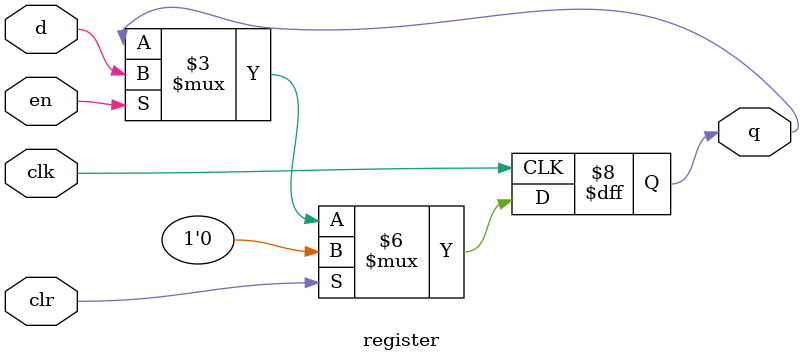
<source format=v>
module register #(parameter N = 1)(input clk, clr, en,
                                   input [N-1:0] d,
                                   output reg [N-1:0] q
    );

// solo si esta habilitado (en) puede cambiar el registro, con reset (clr) se resetea
  always @(posedge clk)
begin
  if(clr)
  q <= 0;
  
  else if (en)
  q <= d;
  
  else
  q <= q;
  
end 


endmodule
</source>
